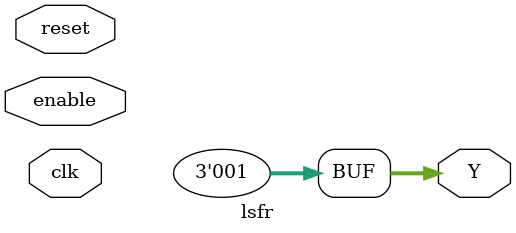
<source format=v>
`timescale 1ns / 1ps

module lsfr(clk, reset, enable, Y );

    input clk;
    input reset;
    input enable;
    output [2:0] Y = 3'b001;
    reg [2:0] Y, Y_next;
    reg w1;
    reg [2:0] w2;
    
    always @(posedge clk or negedge reset) begin
        if (reset==1'b0) begin
            Y<=3'b001;
        end else begin
            if(enable == 1'b0) begin
                Y <= Y_next;
            end 
        end
    end //always block
 
    always @(*)begin 
        if(enable == 1'b0) begin
            w1= Y[1]^Y[0];
            w2={w1,Y[2:1]}; 
            case (w2)
                3'b000: Y_next = 3'b100;
                3'b110: Y_next = 3'b011;
                3'b111: Y_next = 3'b101;
                default : Y_next = w2;
            endcase
        end
     end
    
endmodule 
</source>
